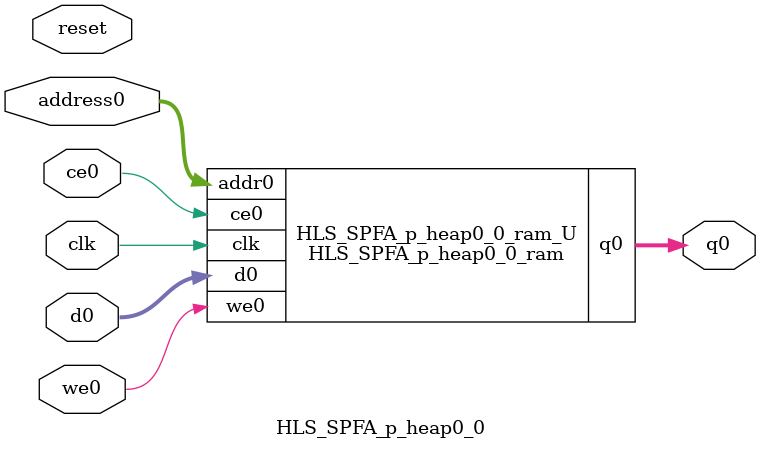
<source format=v>

`timescale 1 ns / 1 ps
module HLS_SPFA_p_heap0_0_ram (addr0, ce0, d0, we0, q0,  clk);

parameter DWIDTH = 32;
parameter AWIDTH = 11;
parameter MEM_SIZE = 1500;

input[AWIDTH-1:0] addr0;
input ce0;
input[DWIDTH-1:0] d0;
input we0;
output reg[DWIDTH-1:0] q0;
input clk;

(* ram_style = "block" *)reg [DWIDTH-1:0] ram[0:MEM_SIZE-1];




always @(posedge clk)  
begin 
    if (ce0) 
    begin
        if (we0) 
        begin 
            ram[addr0] <= d0; 
            q0 <= d0;
        end 
        else 
            q0 <= ram[addr0];
    end
end


endmodule


`timescale 1 ns / 1 ps
module HLS_SPFA_p_heap0_0(
    reset,
    clk,
    address0,
    ce0,
    we0,
    d0,
    q0);

parameter DataWidth = 32'd32;
parameter AddressRange = 32'd1500;
parameter AddressWidth = 32'd11;
input reset;
input clk;
input[AddressWidth - 1:0] address0;
input ce0;
input we0;
input[DataWidth - 1:0] d0;
output[DataWidth - 1:0] q0;



HLS_SPFA_p_heap0_0_ram HLS_SPFA_p_heap0_0_ram_U(
    .clk( clk ),
    .addr0( address0 ),
    .ce0( ce0 ),
    .we0( we0 ),
    .d0( d0 ),
    .q0( q0 ));

endmodule


</source>
